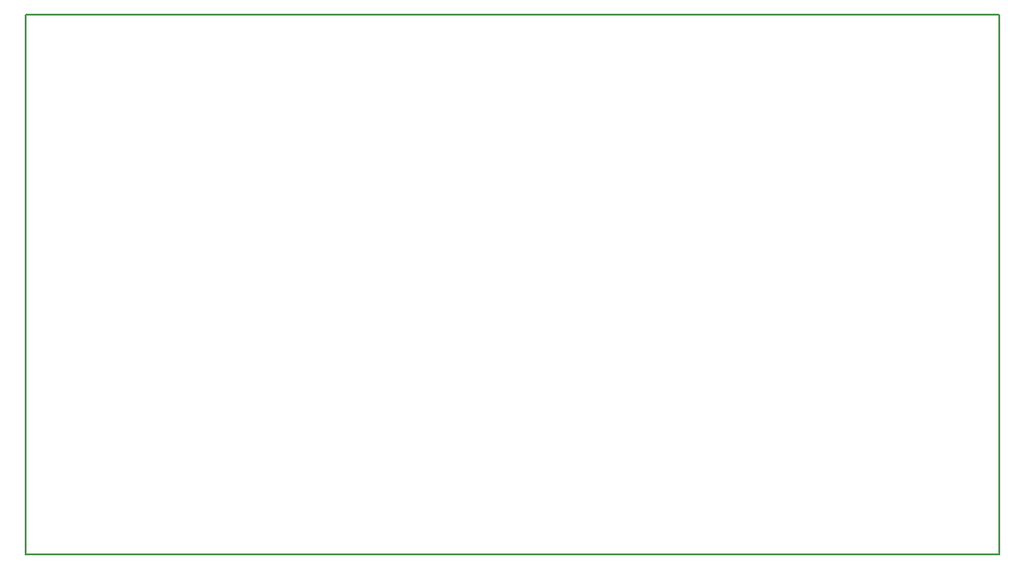
<source format=gko>
G04 #@! TF.FileFunction,Profile,NP*
%FSLAX46Y46*%
G04 Gerber Fmt 4.6, Leading zero omitted, Abs format (unit mm)*
G04 Created by KiCad (PCBNEW 4.0.2+dfsg1-stable) date Sat 12 May 2018 07:31:38 PM EDT*
%MOMM*%
G01*
G04 APERTURE LIST*
%ADD10C,0.100000*%
%ADD11C,0.150000*%
G04 APERTURE END LIST*
D10*
D11*
X193000000Y-73000000D02*
X103000000Y-73000000D01*
X193000000Y-123000000D02*
X193000000Y-73000000D01*
X103000000Y-123000000D02*
X193000000Y-123000000D01*
X103000000Y-73000000D02*
X103000000Y-123000000D01*
M02*

</source>
